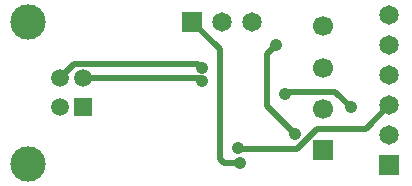
<source format=gbl>
%FSLAX33Y33*%
%MOMM*%
%AMRect-W1650000-H1650000-RO1.500*
21,1,1.65,1.65,0.,0.,90*%
%AMRect-W1650000-H1650000-RO1.000*
21,1,1.65,1.65,0.,0.,180*%
%AMRect-W1500000-H1500000-RO0.500*
21,1,1.5,1.5,0.,0.,270*%
%AMRect-W1700000-H1700000-RO1.000*
21,1,1.7,1.7,0.,0.,180*%
%ADD10C,0.508*%
%ADD11C,1.0668*%
%ADD12C,1.65*%
%ADD13Rect-W1650000-H1650000-RO1.500*%
%ADD14C,1.65*%
%ADD15Rect-W1650000-H1650000-RO1.000*%
%ADD16C,1.5*%
%ADD17C,3.*%
%ADD18Rect-W1500000-H1500000-RO0.500*%
%ADD19C,1.7*%
%ADD20Rect-W1700000-H1700000-RO1.000*%
D10*
%LNbottom copper_traces*%
G01*
X4700Y11350D02*
X5897Y12547D01*
X19875Y5350D02*
X24790Y5350D01*
X18250Y4525D02*
X18650Y4125D01*
X19975Y4125*
X5897Y12547D02*
X16405Y12547D01*
X24790Y5350D02*
X25525Y6085D01*
X24650Y6600D02*
X22275Y8975D01*
X22275Y13392D02*
X22993Y14110D01*
X25525Y6085D02*
X26490Y7050D01*
X22275Y8975D02*
X22275Y13392D01*
X18250Y4525D02*
X18250Y13773D01*
X29375Y8850D02*
X28039Y10186D01*
X6700Y11350D02*
X16476Y11350D01*
X26490Y7050D02*
X30620Y7050D01*
X15901Y16122D02*
X18250Y13773D01*
X23986Y10186D02*
X28039Y10186D01*
X30620Y7050D02*
X32600Y9030D01*
D11*
X22993Y14110D03*
X16726Y12225D03*
X19975Y4125D03*
X24650Y6600D03*
X16726Y11100D03*
X23775Y9975D03*
X29375Y8850D03*
X19800Y5425D03*
%LNbottom copper component d42eb884927d70f7*%
D12*
X18441Y16122D03*
X20981Y16122D03*
D13*
X15901Y16122D03*
%LNbottom copper component 88a1b529ef9425af*%
D14*
X32600Y6490D03*
X32600Y9030D03*
X32600Y11570D03*
X32600Y14110D03*
X32600Y16650D03*
D15*
X32600Y3950D03*
%LNbottom copper component be73e84ce829f6fc*%
D16*
X4700Y8850D03*
X4700Y11350D03*
X6700Y11350D03*
D17*
X1990Y16120D03*
X1990Y4080D03*
D18*
X6700Y8850D03*
%LNbottom copper component a2960183214ca6c9*%
D19*
X27025Y8735D03*
X27025Y12235D03*
X27025Y15735D03*
D20*
X27025Y5235D03*
M02*
</source>
